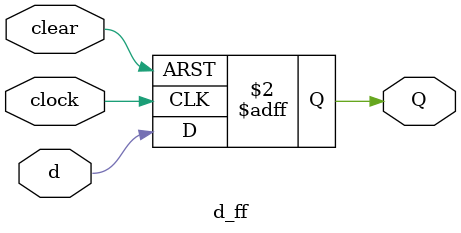
<source format=v>
`timescale 1ns / 1ps
module d_ff( Q, d, clock, clear
    );
	 output reg Q;
	 input d, clock, clear;
	 always @(posedge clock or posedge clear)
	 begin
	 if(clear)
	 Q <= 1'b0; 
	 else 
	 Q <= d;
	  
 end
endmodule

</source>
